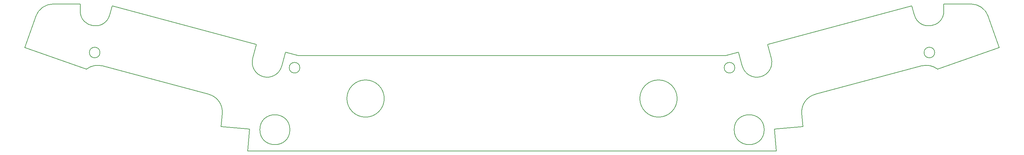
<source format=gbr>
%TF.GenerationSoftware,KiCad,Pcbnew,7.0.9-7.0.9~ubuntu22.04.1*%
%TF.CreationDate,2023-12-27T20:48:07-05:00*%
%TF.ProjectId,GT-Wheel-RevLight,47542d57-6865-4656-9c2d-5265764c6967,rev?*%
%TF.SameCoordinates,Original*%
%TF.FileFunction,Profile,NP*%
%FSLAX46Y46*%
G04 Gerber Fmt 4.6, Leading zero omitted, Abs format (unit mm)*
G04 Created by KiCad (PCBNEW 7.0.9-7.0.9~ubuntu22.04.1) date 2023-12-27 20:48:07*
%MOMM*%
%LPD*%
G01*
G04 APERTURE LIST*
%TA.AperFunction,Profile*%
%ADD10C,0.200000*%
%TD*%
G04 APERTURE END LIST*
D10*
X219253088Y-95403570D02*
X227023406Y-94723755D01*
X38361980Y-61585989D02*
X37703224Y-64044503D01*
X210473453Y-78122948D02*
G75*
G03*
X218394046Y-76000630I3960297J1061158D01*
G01*
X14500000Y-73000000D02*
X31345272Y-78955703D01*
X29642931Y-62983345D02*
G75*
G03*
X37703224Y-64044503I4099999J5D01*
G01*
X35720621Y-78063823D02*
X64754529Y-85843436D01*
X217362198Y-72149717D02*
X218394047Y-76000630D01*
X35049301Y-74389589D02*
G75*
G03*
X35049301Y-74389589I-1450000J0D01*
G01*
X68125144Y-94723755D02*
X75895462Y-95403570D01*
X75372528Y-101380738D02*
X219776022Y-101380738D01*
X230394042Y-85843513D02*
G75*
G03*
X226707142Y-91108843I1294158J-4829687D01*
G01*
X257445326Y-64044503D02*
X256786570Y-61585989D01*
X272899842Y-61083345D02*
X265505622Y-61083345D01*
X85706944Y-74272034D02*
X84675094Y-78122947D01*
X227023406Y-94723755D02*
X226707142Y-91108843D01*
X280648550Y-73000000D02*
X277613887Y-64416678D01*
X265505622Y-61083345D02*
X265505622Y-62983345D01*
X22248708Y-61083347D02*
G75*
G03*
X17534663Y-64416678I2J-5000003D01*
G01*
X263803293Y-78955684D02*
G75*
G03*
X259427929Y-78063823I-3081293J-3938016D01*
G01*
X68441419Y-91108844D02*
G75*
G03*
X64754529Y-85843436I-4981019J435744D01*
G01*
X257445296Y-64044511D02*
G75*
G03*
X265505622Y-62983345I3960304J1061211D01*
G01*
X209441606Y-74272034D02*
X205944382Y-75209112D01*
X277613910Y-64416670D02*
G75*
G03*
X272899842Y-61083345I-4714010J-1666630D01*
G01*
X29642928Y-62983345D02*
X29642928Y-61083345D01*
X219776022Y-101380738D02*
X219253088Y-95403570D01*
X29642928Y-61083345D02*
X22248708Y-61083345D01*
X77786352Y-72149717D02*
X38361980Y-61585989D01*
X35720613Y-78063854D02*
G75*
G03*
X31345272Y-78955703I-1294113J-4829646D01*
G01*
X216440152Y-95556973D02*
G75*
G03*
X216440152Y-95556973I-4100000J0D01*
G01*
X210473456Y-78122947D02*
X209441606Y-74272034D01*
X75895462Y-95403570D02*
X75372528Y-101380738D01*
X263803278Y-78955703D02*
X280648550Y-73000000D01*
X262999249Y-74389589D02*
G75*
G03*
X262999249Y-74389589I-1450000J0D01*
G01*
X208416733Y-78558641D02*
G75*
G03*
X208416733Y-78558641I-1450000J0D01*
G01*
X86908398Y-95556973D02*
G75*
G03*
X86908398Y-95556973I-4100000J0D01*
G01*
X76754512Y-76000632D02*
G75*
G03*
X84675094Y-78122947I3960288J-1061168D01*
G01*
X68441408Y-91108843D02*
X68125144Y-94723755D01*
X205944382Y-75209112D02*
X89204168Y-75209112D01*
X17534663Y-64416678D02*
X14500000Y-73000000D01*
X76754503Y-76000630D02*
X77786352Y-72149717D01*
X230394021Y-85843436D02*
X259427929Y-78063823D01*
X112674275Y-87009112D02*
G75*
G03*
X112674275Y-87009112I-5100000J0D01*
G01*
X192674275Y-87009112D02*
G75*
G03*
X192674275Y-87009112I-5100000J0D01*
G01*
X89631817Y-78558641D02*
G75*
G03*
X89631817Y-78558641I-1450000J0D01*
G01*
X89204168Y-75209112D02*
X85706944Y-74272034D01*
X256786570Y-61585989D02*
X217362198Y-72149717D01*
M02*

</source>
